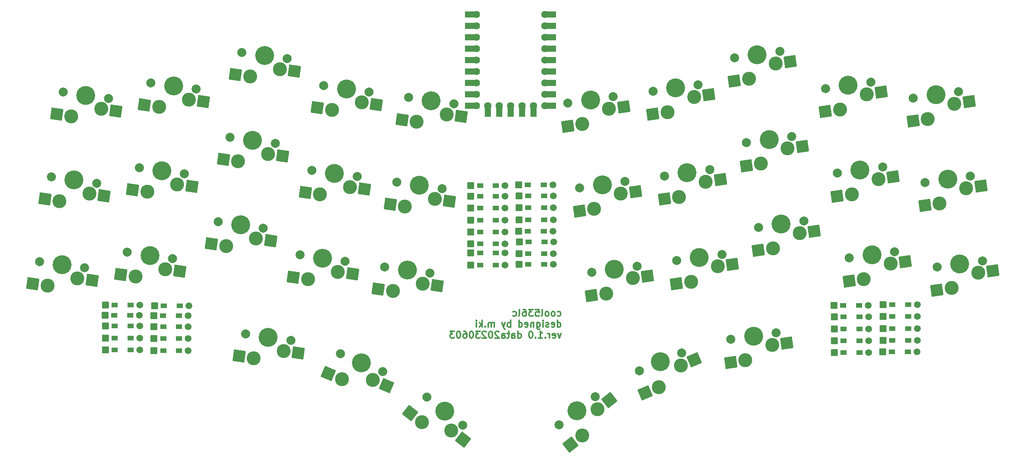
<source format=gbs>
G04 #@! TF.GenerationSoftware,KiCad,Pcbnew,7.0.1-0*
G04 #@! TF.CreationDate,2023-06-03T13:21:34+09:00*
G04 #@! TF.ProjectId,cool536lc,636f6f6c-3533-4366-9c63-2e6b69636164,rev?*
G04 #@! TF.SameCoordinates,Original*
G04 #@! TF.FileFunction,Soldermask,Bot*
G04 #@! TF.FilePolarity,Negative*
%FSLAX46Y46*%
G04 Gerber Fmt 4.6, Leading zero omitted, Abs format (unit mm)*
G04 Created by KiCad (PCBNEW 7.0.1-0) date 2023-06-03 13:21:34*
%MOMM*%
%LPD*%
G01*
G04 APERTURE LIST*
G04 Aperture macros list*
%AMRoundRect*
0 Rectangle with rounded corners*
0 $1 Rounding radius*
0 $2 $3 $4 $5 $6 $7 $8 $9 X,Y pos of 4 corners*
0 Add a 4 corners polygon primitive as box body*
4,1,4,$2,$3,$4,$5,$6,$7,$8,$9,$2,$3,0*
0 Add four circle primitives for the rounded corners*
1,1,$1+$1,$2,$3*
1,1,$1+$1,$4,$5*
1,1,$1+$1,$6,$7*
1,1,$1+$1,$8,$9*
0 Add four rect primitives between the rounded corners*
20,1,$1+$1,$2,$3,$4,$5,0*
20,1,$1+$1,$4,$5,$6,$7,0*
20,1,$1+$1,$6,$7,$8,$9,0*
20,1,$1+$1,$8,$9,$2,$3,0*%
G04 Aperture macros list end*
%ADD10C,0.300000*%
%ADD11RoundRect,0.051000X-0.698500X-0.698500X0.698500X-0.698500X0.698500X0.698500X-0.698500X0.698500X0*%
%ADD12RoundRect,0.051000X-0.650000X-0.475000X0.650000X-0.475000X0.650000X0.475000X-0.650000X0.475000X0*%
%ADD13C,1.499000*%
%ADD14C,2.002000*%
%ADD15C,3.102000*%
%ADD16C,4.202000*%
%ADD17RoundRect,0.051000X-1.088625X-1.415281X1.436558X-1.060389X1.088625X1.415281X-1.436558X1.060389X0*%
%ADD18RoundRect,0.051000X-1.436558X-1.060389X1.088625X-1.415281X1.436558X1.060389X-1.088625X1.415281X0*%
%ADD19RoundRect,0.051000X-1.774291X-0.200045X0.235137X-1.769982X1.774291X0.200045X-0.235137X1.769982X0*%
%ADD20RoundRect,0.051000X-0.685230X-1.648813X1.662058X-0.652449X0.685230X1.648813X-1.662058X0.652449X0*%
%ADD21RoundRect,0.051000X-0.235137X-1.769982X1.774291X-0.200045X0.235137X1.769982X-1.774291X0.200045X0*%
%ADD22RoundRect,0.051000X-1.662058X-0.652449X0.685230X-1.648813X1.662058X0.652449X-0.685230X1.648813X0*%
%ADD23C,1.626000*%
%ADD24RoundRect,0.051000X1.000000X0.600000X-1.000000X0.600000X-1.000000X-0.600000X1.000000X-0.600000X0*%
%ADD25RoundRect,0.051000X0.600000X-1.000000X0.600000X1.000000X-0.600000X1.000000X-0.600000X-1.000000X0*%
G04 APERTURE END LIST*
D10*
X166390000Y-222605000D02*
X166532857Y-222676428D01*
X166532857Y-222676428D02*
X166818571Y-222676428D01*
X166818571Y-222676428D02*
X166961428Y-222605000D01*
X166961428Y-222605000D02*
X167032857Y-222533571D01*
X167032857Y-222533571D02*
X167104285Y-222390714D01*
X167104285Y-222390714D02*
X167104285Y-221962142D01*
X167104285Y-221962142D02*
X167032857Y-221819285D01*
X167032857Y-221819285D02*
X166961428Y-221747857D01*
X166961428Y-221747857D02*
X166818571Y-221676428D01*
X166818571Y-221676428D02*
X166532857Y-221676428D01*
X166532857Y-221676428D02*
X166390000Y-221747857D01*
X165532857Y-222676428D02*
X165675714Y-222605000D01*
X165675714Y-222605000D02*
X165747143Y-222533571D01*
X165747143Y-222533571D02*
X165818571Y-222390714D01*
X165818571Y-222390714D02*
X165818571Y-221962142D01*
X165818571Y-221962142D02*
X165747143Y-221819285D01*
X165747143Y-221819285D02*
X165675714Y-221747857D01*
X165675714Y-221747857D02*
X165532857Y-221676428D01*
X165532857Y-221676428D02*
X165318571Y-221676428D01*
X165318571Y-221676428D02*
X165175714Y-221747857D01*
X165175714Y-221747857D02*
X165104286Y-221819285D01*
X165104286Y-221819285D02*
X165032857Y-221962142D01*
X165032857Y-221962142D02*
X165032857Y-222390714D01*
X165032857Y-222390714D02*
X165104286Y-222533571D01*
X165104286Y-222533571D02*
X165175714Y-222605000D01*
X165175714Y-222605000D02*
X165318571Y-222676428D01*
X165318571Y-222676428D02*
X165532857Y-222676428D01*
X164175714Y-222676428D02*
X164318571Y-222605000D01*
X164318571Y-222605000D02*
X164390000Y-222533571D01*
X164390000Y-222533571D02*
X164461428Y-222390714D01*
X164461428Y-222390714D02*
X164461428Y-221962142D01*
X164461428Y-221962142D02*
X164390000Y-221819285D01*
X164390000Y-221819285D02*
X164318571Y-221747857D01*
X164318571Y-221747857D02*
X164175714Y-221676428D01*
X164175714Y-221676428D02*
X163961428Y-221676428D01*
X163961428Y-221676428D02*
X163818571Y-221747857D01*
X163818571Y-221747857D02*
X163747143Y-221819285D01*
X163747143Y-221819285D02*
X163675714Y-221962142D01*
X163675714Y-221962142D02*
X163675714Y-222390714D01*
X163675714Y-222390714D02*
X163747143Y-222533571D01*
X163747143Y-222533571D02*
X163818571Y-222605000D01*
X163818571Y-222605000D02*
X163961428Y-222676428D01*
X163961428Y-222676428D02*
X164175714Y-222676428D01*
X162818571Y-222676428D02*
X162961428Y-222605000D01*
X162961428Y-222605000D02*
X163032857Y-222462142D01*
X163032857Y-222462142D02*
X163032857Y-221176428D01*
X161532857Y-221176428D02*
X162247143Y-221176428D01*
X162247143Y-221176428D02*
X162318571Y-221890714D01*
X162318571Y-221890714D02*
X162247143Y-221819285D01*
X162247143Y-221819285D02*
X162104286Y-221747857D01*
X162104286Y-221747857D02*
X161747143Y-221747857D01*
X161747143Y-221747857D02*
X161604286Y-221819285D01*
X161604286Y-221819285D02*
X161532857Y-221890714D01*
X161532857Y-221890714D02*
X161461428Y-222033571D01*
X161461428Y-222033571D02*
X161461428Y-222390714D01*
X161461428Y-222390714D02*
X161532857Y-222533571D01*
X161532857Y-222533571D02*
X161604286Y-222605000D01*
X161604286Y-222605000D02*
X161747143Y-222676428D01*
X161747143Y-222676428D02*
X162104286Y-222676428D01*
X162104286Y-222676428D02*
X162247143Y-222605000D01*
X162247143Y-222605000D02*
X162318571Y-222533571D01*
X160961429Y-221176428D02*
X160032857Y-221176428D01*
X160032857Y-221176428D02*
X160532857Y-221747857D01*
X160532857Y-221747857D02*
X160318572Y-221747857D01*
X160318572Y-221747857D02*
X160175715Y-221819285D01*
X160175715Y-221819285D02*
X160104286Y-221890714D01*
X160104286Y-221890714D02*
X160032857Y-222033571D01*
X160032857Y-222033571D02*
X160032857Y-222390714D01*
X160032857Y-222390714D02*
X160104286Y-222533571D01*
X160104286Y-222533571D02*
X160175715Y-222605000D01*
X160175715Y-222605000D02*
X160318572Y-222676428D01*
X160318572Y-222676428D02*
X160747143Y-222676428D01*
X160747143Y-222676428D02*
X160890000Y-222605000D01*
X160890000Y-222605000D02*
X160961429Y-222533571D01*
X158747144Y-221176428D02*
X159032858Y-221176428D01*
X159032858Y-221176428D02*
X159175715Y-221247857D01*
X159175715Y-221247857D02*
X159247144Y-221319285D01*
X159247144Y-221319285D02*
X159390001Y-221533571D01*
X159390001Y-221533571D02*
X159461429Y-221819285D01*
X159461429Y-221819285D02*
X159461429Y-222390714D01*
X159461429Y-222390714D02*
X159390001Y-222533571D01*
X159390001Y-222533571D02*
X159318572Y-222605000D01*
X159318572Y-222605000D02*
X159175715Y-222676428D01*
X159175715Y-222676428D02*
X158890001Y-222676428D01*
X158890001Y-222676428D02*
X158747144Y-222605000D01*
X158747144Y-222605000D02*
X158675715Y-222533571D01*
X158675715Y-222533571D02*
X158604286Y-222390714D01*
X158604286Y-222390714D02*
X158604286Y-222033571D01*
X158604286Y-222033571D02*
X158675715Y-221890714D01*
X158675715Y-221890714D02*
X158747144Y-221819285D01*
X158747144Y-221819285D02*
X158890001Y-221747857D01*
X158890001Y-221747857D02*
X159175715Y-221747857D01*
X159175715Y-221747857D02*
X159318572Y-221819285D01*
X159318572Y-221819285D02*
X159390001Y-221890714D01*
X159390001Y-221890714D02*
X159461429Y-222033571D01*
X157747144Y-222676428D02*
X157890001Y-222605000D01*
X157890001Y-222605000D02*
X157961430Y-222462142D01*
X157961430Y-222462142D02*
X157961430Y-221176428D01*
X156532859Y-222605000D02*
X156675716Y-222676428D01*
X156675716Y-222676428D02*
X156961430Y-222676428D01*
X156961430Y-222676428D02*
X157104287Y-222605000D01*
X157104287Y-222605000D02*
X157175716Y-222533571D01*
X157175716Y-222533571D02*
X157247144Y-222390714D01*
X157247144Y-222390714D02*
X157247144Y-221962142D01*
X157247144Y-221962142D02*
X157175716Y-221819285D01*
X157175716Y-221819285D02*
X157104287Y-221747857D01*
X157104287Y-221747857D02*
X156961430Y-221676428D01*
X156961430Y-221676428D02*
X156675716Y-221676428D01*
X156675716Y-221676428D02*
X156532859Y-221747857D01*
X166390000Y-225106428D02*
X166390000Y-223606428D01*
X166390000Y-225035000D02*
X166532857Y-225106428D01*
X166532857Y-225106428D02*
X166818571Y-225106428D01*
X166818571Y-225106428D02*
X166961428Y-225035000D01*
X166961428Y-225035000D02*
X167032857Y-224963571D01*
X167032857Y-224963571D02*
X167104285Y-224820714D01*
X167104285Y-224820714D02*
X167104285Y-224392142D01*
X167104285Y-224392142D02*
X167032857Y-224249285D01*
X167032857Y-224249285D02*
X166961428Y-224177857D01*
X166961428Y-224177857D02*
X166818571Y-224106428D01*
X166818571Y-224106428D02*
X166532857Y-224106428D01*
X166532857Y-224106428D02*
X166390000Y-224177857D01*
X165104285Y-225035000D02*
X165247142Y-225106428D01*
X165247142Y-225106428D02*
X165532857Y-225106428D01*
X165532857Y-225106428D02*
X165675714Y-225035000D01*
X165675714Y-225035000D02*
X165747142Y-224892142D01*
X165747142Y-224892142D02*
X165747142Y-224320714D01*
X165747142Y-224320714D02*
X165675714Y-224177857D01*
X165675714Y-224177857D02*
X165532857Y-224106428D01*
X165532857Y-224106428D02*
X165247142Y-224106428D01*
X165247142Y-224106428D02*
X165104285Y-224177857D01*
X165104285Y-224177857D02*
X165032857Y-224320714D01*
X165032857Y-224320714D02*
X165032857Y-224463571D01*
X165032857Y-224463571D02*
X165747142Y-224606428D01*
X164461428Y-225035000D02*
X164318571Y-225106428D01*
X164318571Y-225106428D02*
X164032857Y-225106428D01*
X164032857Y-225106428D02*
X163890000Y-225035000D01*
X163890000Y-225035000D02*
X163818571Y-224892142D01*
X163818571Y-224892142D02*
X163818571Y-224820714D01*
X163818571Y-224820714D02*
X163890000Y-224677857D01*
X163890000Y-224677857D02*
X164032857Y-224606428D01*
X164032857Y-224606428D02*
X164247143Y-224606428D01*
X164247143Y-224606428D02*
X164390000Y-224535000D01*
X164390000Y-224535000D02*
X164461428Y-224392142D01*
X164461428Y-224392142D02*
X164461428Y-224320714D01*
X164461428Y-224320714D02*
X164390000Y-224177857D01*
X164390000Y-224177857D02*
X164247143Y-224106428D01*
X164247143Y-224106428D02*
X164032857Y-224106428D01*
X164032857Y-224106428D02*
X163890000Y-224177857D01*
X163175714Y-225106428D02*
X163175714Y-224106428D01*
X163175714Y-223606428D02*
X163247142Y-223677857D01*
X163247142Y-223677857D02*
X163175714Y-223749285D01*
X163175714Y-223749285D02*
X163104285Y-223677857D01*
X163104285Y-223677857D02*
X163175714Y-223606428D01*
X163175714Y-223606428D02*
X163175714Y-223749285D01*
X161818571Y-224106428D02*
X161818571Y-225320714D01*
X161818571Y-225320714D02*
X161889999Y-225463571D01*
X161889999Y-225463571D02*
X161961428Y-225535000D01*
X161961428Y-225535000D02*
X162104285Y-225606428D01*
X162104285Y-225606428D02*
X162318571Y-225606428D01*
X162318571Y-225606428D02*
X162461428Y-225535000D01*
X161818571Y-225035000D02*
X161961428Y-225106428D01*
X161961428Y-225106428D02*
X162247142Y-225106428D01*
X162247142Y-225106428D02*
X162389999Y-225035000D01*
X162389999Y-225035000D02*
X162461428Y-224963571D01*
X162461428Y-224963571D02*
X162532856Y-224820714D01*
X162532856Y-224820714D02*
X162532856Y-224392142D01*
X162532856Y-224392142D02*
X162461428Y-224249285D01*
X162461428Y-224249285D02*
X162389999Y-224177857D01*
X162389999Y-224177857D02*
X162247142Y-224106428D01*
X162247142Y-224106428D02*
X161961428Y-224106428D01*
X161961428Y-224106428D02*
X161818571Y-224177857D01*
X161104285Y-224106428D02*
X161104285Y-225106428D01*
X161104285Y-224249285D02*
X161032856Y-224177857D01*
X161032856Y-224177857D02*
X160889999Y-224106428D01*
X160889999Y-224106428D02*
X160675713Y-224106428D01*
X160675713Y-224106428D02*
X160532856Y-224177857D01*
X160532856Y-224177857D02*
X160461428Y-224320714D01*
X160461428Y-224320714D02*
X160461428Y-225106428D01*
X159175713Y-225035000D02*
X159318570Y-225106428D01*
X159318570Y-225106428D02*
X159604285Y-225106428D01*
X159604285Y-225106428D02*
X159747142Y-225035000D01*
X159747142Y-225035000D02*
X159818570Y-224892142D01*
X159818570Y-224892142D02*
X159818570Y-224320714D01*
X159818570Y-224320714D02*
X159747142Y-224177857D01*
X159747142Y-224177857D02*
X159604285Y-224106428D01*
X159604285Y-224106428D02*
X159318570Y-224106428D01*
X159318570Y-224106428D02*
X159175713Y-224177857D01*
X159175713Y-224177857D02*
X159104285Y-224320714D01*
X159104285Y-224320714D02*
X159104285Y-224463571D01*
X159104285Y-224463571D02*
X159818570Y-224606428D01*
X157818571Y-225106428D02*
X157818571Y-223606428D01*
X157818571Y-225035000D02*
X157961428Y-225106428D01*
X157961428Y-225106428D02*
X158247142Y-225106428D01*
X158247142Y-225106428D02*
X158389999Y-225035000D01*
X158389999Y-225035000D02*
X158461428Y-224963571D01*
X158461428Y-224963571D02*
X158532856Y-224820714D01*
X158532856Y-224820714D02*
X158532856Y-224392142D01*
X158532856Y-224392142D02*
X158461428Y-224249285D01*
X158461428Y-224249285D02*
X158389999Y-224177857D01*
X158389999Y-224177857D02*
X158247142Y-224106428D01*
X158247142Y-224106428D02*
X157961428Y-224106428D01*
X157961428Y-224106428D02*
X157818571Y-224177857D01*
X155961428Y-225106428D02*
X155961428Y-223606428D01*
X155961428Y-224177857D02*
X155818571Y-224106428D01*
X155818571Y-224106428D02*
X155532856Y-224106428D01*
X155532856Y-224106428D02*
X155389999Y-224177857D01*
X155389999Y-224177857D02*
X155318571Y-224249285D01*
X155318571Y-224249285D02*
X155247142Y-224392142D01*
X155247142Y-224392142D02*
X155247142Y-224820714D01*
X155247142Y-224820714D02*
X155318571Y-224963571D01*
X155318571Y-224963571D02*
X155389999Y-225035000D01*
X155389999Y-225035000D02*
X155532856Y-225106428D01*
X155532856Y-225106428D02*
X155818571Y-225106428D01*
X155818571Y-225106428D02*
X155961428Y-225035000D01*
X154747142Y-224106428D02*
X154389999Y-225106428D01*
X154032856Y-224106428D02*
X154389999Y-225106428D01*
X154389999Y-225106428D02*
X154532856Y-225463571D01*
X154532856Y-225463571D02*
X154604285Y-225535000D01*
X154604285Y-225535000D02*
X154747142Y-225606428D01*
X152318571Y-225106428D02*
X152318571Y-224106428D01*
X152318571Y-224249285D02*
X152247142Y-224177857D01*
X152247142Y-224177857D02*
X152104285Y-224106428D01*
X152104285Y-224106428D02*
X151889999Y-224106428D01*
X151889999Y-224106428D02*
X151747142Y-224177857D01*
X151747142Y-224177857D02*
X151675714Y-224320714D01*
X151675714Y-224320714D02*
X151675714Y-225106428D01*
X151675714Y-224320714D02*
X151604285Y-224177857D01*
X151604285Y-224177857D02*
X151461428Y-224106428D01*
X151461428Y-224106428D02*
X151247142Y-224106428D01*
X151247142Y-224106428D02*
X151104285Y-224177857D01*
X151104285Y-224177857D02*
X151032856Y-224320714D01*
X151032856Y-224320714D02*
X151032856Y-225106428D01*
X150318571Y-224963571D02*
X150247142Y-225035000D01*
X150247142Y-225035000D02*
X150318571Y-225106428D01*
X150318571Y-225106428D02*
X150389999Y-225035000D01*
X150389999Y-225035000D02*
X150318571Y-224963571D01*
X150318571Y-224963571D02*
X150318571Y-225106428D01*
X149604285Y-225106428D02*
X149604285Y-223606428D01*
X149461428Y-224535000D02*
X149032856Y-225106428D01*
X149032856Y-224106428D02*
X149604285Y-224677857D01*
X148389999Y-225106428D02*
X148389999Y-224106428D01*
X148389999Y-223606428D02*
X148461427Y-223677857D01*
X148461427Y-223677857D02*
X148389999Y-223749285D01*
X148389999Y-223749285D02*
X148318570Y-223677857D01*
X148318570Y-223677857D02*
X148389999Y-223606428D01*
X148389999Y-223606428D02*
X148389999Y-223749285D01*
X167175714Y-226536428D02*
X166818571Y-227536428D01*
X166818571Y-227536428D02*
X166461428Y-226536428D01*
X165318571Y-227465000D02*
X165461428Y-227536428D01*
X165461428Y-227536428D02*
X165747143Y-227536428D01*
X165747143Y-227536428D02*
X165890000Y-227465000D01*
X165890000Y-227465000D02*
X165961428Y-227322142D01*
X165961428Y-227322142D02*
X165961428Y-226750714D01*
X165961428Y-226750714D02*
X165890000Y-226607857D01*
X165890000Y-226607857D02*
X165747143Y-226536428D01*
X165747143Y-226536428D02*
X165461428Y-226536428D01*
X165461428Y-226536428D02*
X165318571Y-226607857D01*
X165318571Y-226607857D02*
X165247143Y-226750714D01*
X165247143Y-226750714D02*
X165247143Y-226893571D01*
X165247143Y-226893571D02*
X165961428Y-227036428D01*
X164604286Y-227536428D02*
X164604286Y-226536428D01*
X164604286Y-226822142D02*
X164532857Y-226679285D01*
X164532857Y-226679285D02*
X164461429Y-226607857D01*
X164461429Y-226607857D02*
X164318571Y-226536428D01*
X164318571Y-226536428D02*
X164175714Y-226536428D01*
X163675715Y-227393571D02*
X163604286Y-227465000D01*
X163604286Y-227465000D02*
X163675715Y-227536428D01*
X163675715Y-227536428D02*
X163747143Y-227465000D01*
X163747143Y-227465000D02*
X163675715Y-227393571D01*
X163675715Y-227393571D02*
X163675715Y-227536428D01*
X162175714Y-227536428D02*
X163032857Y-227536428D01*
X162604286Y-227536428D02*
X162604286Y-226036428D01*
X162604286Y-226036428D02*
X162747143Y-226250714D01*
X162747143Y-226250714D02*
X162890000Y-226393571D01*
X162890000Y-226393571D02*
X163032857Y-226465000D01*
X161532858Y-227393571D02*
X161461429Y-227465000D01*
X161461429Y-227465000D02*
X161532858Y-227536428D01*
X161532858Y-227536428D02*
X161604286Y-227465000D01*
X161604286Y-227465000D02*
X161532858Y-227393571D01*
X161532858Y-227393571D02*
X161532858Y-227536428D01*
X160532857Y-226036428D02*
X160390000Y-226036428D01*
X160390000Y-226036428D02*
X160247143Y-226107857D01*
X160247143Y-226107857D02*
X160175715Y-226179285D01*
X160175715Y-226179285D02*
X160104286Y-226322142D01*
X160104286Y-226322142D02*
X160032857Y-226607857D01*
X160032857Y-226607857D02*
X160032857Y-226965000D01*
X160032857Y-226965000D02*
X160104286Y-227250714D01*
X160104286Y-227250714D02*
X160175715Y-227393571D01*
X160175715Y-227393571D02*
X160247143Y-227465000D01*
X160247143Y-227465000D02*
X160390000Y-227536428D01*
X160390000Y-227536428D02*
X160532857Y-227536428D01*
X160532857Y-227536428D02*
X160675715Y-227465000D01*
X160675715Y-227465000D02*
X160747143Y-227393571D01*
X160747143Y-227393571D02*
X160818572Y-227250714D01*
X160818572Y-227250714D02*
X160890000Y-226965000D01*
X160890000Y-226965000D02*
X160890000Y-226607857D01*
X160890000Y-226607857D02*
X160818572Y-226322142D01*
X160818572Y-226322142D02*
X160747143Y-226179285D01*
X160747143Y-226179285D02*
X160675715Y-226107857D01*
X160675715Y-226107857D02*
X160532857Y-226036428D01*
X157604287Y-227536428D02*
X157604287Y-226036428D01*
X157604287Y-227465000D02*
X157747144Y-227536428D01*
X157747144Y-227536428D02*
X158032858Y-227536428D01*
X158032858Y-227536428D02*
X158175715Y-227465000D01*
X158175715Y-227465000D02*
X158247144Y-227393571D01*
X158247144Y-227393571D02*
X158318572Y-227250714D01*
X158318572Y-227250714D02*
X158318572Y-226822142D01*
X158318572Y-226822142D02*
X158247144Y-226679285D01*
X158247144Y-226679285D02*
X158175715Y-226607857D01*
X158175715Y-226607857D02*
X158032858Y-226536428D01*
X158032858Y-226536428D02*
X157747144Y-226536428D01*
X157747144Y-226536428D02*
X157604287Y-226607857D01*
X156247144Y-227536428D02*
X156247144Y-226750714D01*
X156247144Y-226750714D02*
X156318572Y-226607857D01*
X156318572Y-226607857D02*
X156461429Y-226536428D01*
X156461429Y-226536428D02*
X156747144Y-226536428D01*
X156747144Y-226536428D02*
X156890001Y-226607857D01*
X156247144Y-227465000D02*
X156390001Y-227536428D01*
X156390001Y-227536428D02*
X156747144Y-227536428D01*
X156747144Y-227536428D02*
X156890001Y-227465000D01*
X156890001Y-227465000D02*
X156961429Y-227322142D01*
X156961429Y-227322142D02*
X156961429Y-227179285D01*
X156961429Y-227179285D02*
X156890001Y-227036428D01*
X156890001Y-227036428D02*
X156747144Y-226965000D01*
X156747144Y-226965000D02*
X156390001Y-226965000D01*
X156390001Y-226965000D02*
X156247144Y-226893571D01*
X155747143Y-226536428D02*
X155175715Y-226536428D01*
X155532858Y-226036428D02*
X155532858Y-227322142D01*
X155532858Y-227322142D02*
X155461429Y-227465000D01*
X155461429Y-227465000D02*
X155318572Y-227536428D01*
X155318572Y-227536428D02*
X155175715Y-227536428D01*
X154032858Y-227536428D02*
X154032858Y-226750714D01*
X154032858Y-226750714D02*
X154104286Y-226607857D01*
X154104286Y-226607857D02*
X154247143Y-226536428D01*
X154247143Y-226536428D02*
X154532858Y-226536428D01*
X154532858Y-226536428D02*
X154675715Y-226607857D01*
X154032858Y-227465000D02*
X154175715Y-227536428D01*
X154175715Y-227536428D02*
X154532858Y-227536428D01*
X154532858Y-227536428D02*
X154675715Y-227465000D01*
X154675715Y-227465000D02*
X154747143Y-227322142D01*
X154747143Y-227322142D02*
X154747143Y-227179285D01*
X154747143Y-227179285D02*
X154675715Y-227036428D01*
X154675715Y-227036428D02*
X154532858Y-226965000D01*
X154532858Y-226965000D02*
X154175715Y-226965000D01*
X154175715Y-226965000D02*
X154032858Y-226893571D01*
X153390000Y-226179285D02*
X153318572Y-226107857D01*
X153318572Y-226107857D02*
X153175715Y-226036428D01*
X153175715Y-226036428D02*
X152818572Y-226036428D01*
X152818572Y-226036428D02*
X152675715Y-226107857D01*
X152675715Y-226107857D02*
X152604286Y-226179285D01*
X152604286Y-226179285D02*
X152532857Y-226322142D01*
X152532857Y-226322142D02*
X152532857Y-226465000D01*
X152532857Y-226465000D02*
X152604286Y-226679285D01*
X152604286Y-226679285D02*
X153461429Y-227536428D01*
X153461429Y-227536428D02*
X152532857Y-227536428D01*
X151604286Y-226036428D02*
X151461429Y-226036428D01*
X151461429Y-226036428D02*
X151318572Y-226107857D01*
X151318572Y-226107857D02*
X151247144Y-226179285D01*
X151247144Y-226179285D02*
X151175715Y-226322142D01*
X151175715Y-226322142D02*
X151104286Y-226607857D01*
X151104286Y-226607857D02*
X151104286Y-226965000D01*
X151104286Y-226965000D02*
X151175715Y-227250714D01*
X151175715Y-227250714D02*
X151247144Y-227393571D01*
X151247144Y-227393571D02*
X151318572Y-227465000D01*
X151318572Y-227465000D02*
X151461429Y-227536428D01*
X151461429Y-227536428D02*
X151604286Y-227536428D01*
X151604286Y-227536428D02*
X151747144Y-227465000D01*
X151747144Y-227465000D02*
X151818572Y-227393571D01*
X151818572Y-227393571D02*
X151890001Y-227250714D01*
X151890001Y-227250714D02*
X151961429Y-226965000D01*
X151961429Y-226965000D02*
X151961429Y-226607857D01*
X151961429Y-226607857D02*
X151890001Y-226322142D01*
X151890001Y-226322142D02*
X151818572Y-226179285D01*
X151818572Y-226179285D02*
X151747144Y-226107857D01*
X151747144Y-226107857D02*
X151604286Y-226036428D01*
X150532858Y-226179285D02*
X150461430Y-226107857D01*
X150461430Y-226107857D02*
X150318573Y-226036428D01*
X150318573Y-226036428D02*
X149961430Y-226036428D01*
X149961430Y-226036428D02*
X149818573Y-226107857D01*
X149818573Y-226107857D02*
X149747144Y-226179285D01*
X149747144Y-226179285D02*
X149675715Y-226322142D01*
X149675715Y-226322142D02*
X149675715Y-226465000D01*
X149675715Y-226465000D02*
X149747144Y-226679285D01*
X149747144Y-226679285D02*
X150604287Y-227536428D01*
X150604287Y-227536428D02*
X149675715Y-227536428D01*
X149175716Y-226036428D02*
X148247144Y-226036428D01*
X148247144Y-226036428D02*
X148747144Y-226607857D01*
X148747144Y-226607857D02*
X148532859Y-226607857D01*
X148532859Y-226607857D02*
X148390002Y-226679285D01*
X148390002Y-226679285D02*
X148318573Y-226750714D01*
X148318573Y-226750714D02*
X148247144Y-226893571D01*
X148247144Y-226893571D02*
X148247144Y-227250714D01*
X148247144Y-227250714D02*
X148318573Y-227393571D01*
X148318573Y-227393571D02*
X148390002Y-227465000D01*
X148390002Y-227465000D02*
X148532859Y-227536428D01*
X148532859Y-227536428D02*
X148961430Y-227536428D01*
X148961430Y-227536428D02*
X149104287Y-227465000D01*
X149104287Y-227465000D02*
X149175716Y-227393571D01*
X147318573Y-226036428D02*
X147175716Y-226036428D01*
X147175716Y-226036428D02*
X147032859Y-226107857D01*
X147032859Y-226107857D02*
X146961431Y-226179285D01*
X146961431Y-226179285D02*
X146890002Y-226322142D01*
X146890002Y-226322142D02*
X146818573Y-226607857D01*
X146818573Y-226607857D02*
X146818573Y-226965000D01*
X146818573Y-226965000D02*
X146890002Y-227250714D01*
X146890002Y-227250714D02*
X146961431Y-227393571D01*
X146961431Y-227393571D02*
X147032859Y-227465000D01*
X147032859Y-227465000D02*
X147175716Y-227536428D01*
X147175716Y-227536428D02*
X147318573Y-227536428D01*
X147318573Y-227536428D02*
X147461431Y-227465000D01*
X147461431Y-227465000D02*
X147532859Y-227393571D01*
X147532859Y-227393571D02*
X147604288Y-227250714D01*
X147604288Y-227250714D02*
X147675716Y-226965000D01*
X147675716Y-226965000D02*
X147675716Y-226607857D01*
X147675716Y-226607857D02*
X147604288Y-226322142D01*
X147604288Y-226322142D02*
X147532859Y-226179285D01*
X147532859Y-226179285D02*
X147461431Y-226107857D01*
X147461431Y-226107857D02*
X147318573Y-226036428D01*
X145532860Y-226036428D02*
X145818574Y-226036428D01*
X145818574Y-226036428D02*
X145961431Y-226107857D01*
X145961431Y-226107857D02*
X146032860Y-226179285D01*
X146032860Y-226179285D02*
X146175717Y-226393571D01*
X146175717Y-226393571D02*
X146247145Y-226679285D01*
X146247145Y-226679285D02*
X146247145Y-227250714D01*
X146247145Y-227250714D02*
X146175717Y-227393571D01*
X146175717Y-227393571D02*
X146104288Y-227465000D01*
X146104288Y-227465000D02*
X145961431Y-227536428D01*
X145961431Y-227536428D02*
X145675717Y-227536428D01*
X145675717Y-227536428D02*
X145532860Y-227465000D01*
X145532860Y-227465000D02*
X145461431Y-227393571D01*
X145461431Y-227393571D02*
X145390002Y-227250714D01*
X145390002Y-227250714D02*
X145390002Y-226893571D01*
X145390002Y-226893571D02*
X145461431Y-226750714D01*
X145461431Y-226750714D02*
X145532860Y-226679285D01*
X145532860Y-226679285D02*
X145675717Y-226607857D01*
X145675717Y-226607857D02*
X145961431Y-226607857D01*
X145961431Y-226607857D02*
X146104288Y-226679285D01*
X146104288Y-226679285D02*
X146175717Y-226750714D01*
X146175717Y-226750714D02*
X146247145Y-226893571D01*
X144461431Y-226036428D02*
X144318574Y-226036428D01*
X144318574Y-226036428D02*
X144175717Y-226107857D01*
X144175717Y-226107857D02*
X144104289Y-226179285D01*
X144104289Y-226179285D02*
X144032860Y-226322142D01*
X144032860Y-226322142D02*
X143961431Y-226607857D01*
X143961431Y-226607857D02*
X143961431Y-226965000D01*
X143961431Y-226965000D02*
X144032860Y-227250714D01*
X144032860Y-227250714D02*
X144104289Y-227393571D01*
X144104289Y-227393571D02*
X144175717Y-227465000D01*
X144175717Y-227465000D02*
X144318574Y-227536428D01*
X144318574Y-227536428D02*
X144461431Y-227536428D01*
X144461431Y-227536428D02*
X144604289Y-227465000D01*
X144604289Y-227465000D02*
X144675717Y-227393571D01*
X144675717Y-227393571D02*
X144747146Y-227250714D01*
X144747146Y-227250714D02*
X144818574Y-226965000D01*
X144818574Y-226965000D02*
X144818574Y-226607857D01*
X144818574Y-226607857D02*
X144747146Y-226322142D01*
X144747146Y-226322142D02*
X144675717Y-226179285D01*
X144675717Y-226179285D02*
X144604289Y-226107857D01*
X144604289Y-226107857D02*
X144461431Y-226036428D01*
X143461432Y-226036428D02*
X142532860Y-226036428D01*
X142532860Y-226036428D02*
X143032860Y-226607857D01*
X143032860Y-226607857D02*
X142818575Y-226607857D01*
X142818575Y-226607857D02*
X142675718Y-226679285D01*
X142675718Y-226679285D02*
X142604289Y-226750714D01*
X142604289Y-226750714D02*
X142532860Y-226893571D01*
X142532860Y-226893571D02*
X142532860Y-227250714D01*
X142532860Y-227250714D02*
X142604289Y-227393571D01*
X142604289Y-227393571D02*
X142675718Y-227465000D01*
X142675718Y-227465000D02*
X142818575Y-227536428D01*
X142818575Y-227536428D02*
X143247146Y-227536428D01*
X143247146Y-227536428D02*
X143390003Y-227465000D01*
X143390003Y-227465000D02*
X143461432Y-227393571D01*
D11*
X147140000Y-193590000D03*
D12*
X149175000Y-193590000D03*
X152725000Y-193590000D03*
D13*
X154760000Y-193590000D03*
D11*
X157851525Y-201206198D03*
D12*
X159886525Y-201206198D03*
X163436525Y-201206198D03*
D13*
X165471525Y-201206198D03*
D11*
X157851525Y-195906198D03*
D12*
X159886525Y-195906198D03*
X163436525Y-195906198D03*
D13*
X165471525Y-195906198D03*
D14*
X192900316Y-210320178D03*
D15*
X196122596Y-214997240D03*
D16*
X197930878Y-209613179D03*
D15*
X202057299Y-211598210D03*
D14*
X202961440Y-208906180D03*
D17*
X205300427Y-211142418D03*
X192852731Y-215456790D03*
D14*
X190199754Y-191467177D03*
D15*
X193422034Y-196144239D03*
D16*
X195230316Y-190760178D03*
D15*
X199356737Y-192745209D03*
D14*
X200260878Y-190053179D03*
D17*
X202599865Y-192289417D03*
X190152169Y-196603789D03*
D11*
X227836525Y-220296198D03*
D12*
X229871525Y-220296198D03*
X233421525Y-220296198D03*
D13*
X235456525Y-220296198D03*
D14*
X204960316Y-227830178D03*
D15*
X208182596Y-232507240D03*
D16*
X209990878Y-227123179D03*
D15*
X214117299Y-229108210D03*
D14*
X215021440Y-226416180D03*
D17*
X217360427Y-228652418D03*
X204912731Y-232966790D03*
D14*
X231290878Y-209723179D03*
D15*
X234513158Y-214400241D03*
D16*
X236321440Y-209016180D03*
D15*
X240447861Y-211001211D03*
D14*
X241352002Y-208309181D03*
D17*
X243690989Y-210545419D03*
X231243293Y-214859791D03*
D11*
X147140000Y-203940000D03*
D12*
X149175000Y-203940000D03*
X152725000Y-203940000D03*
D13*
X154760000Y-203940000D03*
D11*
X238736525Y-230576198D03*
D12*
X240771525Y-230576198D03*
X244321525Y-230576198D03*
D13*
X246356525Y-230576198D03*
D11*
X238796525Y-225406198D03*
D12*
X240831525Y-225406198D03*
X244381525Y-225406198D03*
D13*
X246416525Y-225406198D03*
D14*
X111775963Y-190199199D03*
D15*
X113584245Y-195583260D03*
D16*
X116806525Y-190906198D03*
D15*
X120225947Y-193951728D03*
D14*
X121837087Y-191613197D03*
D18*
X123469075Y-194407520D03*
X110314380Y-195123711D03*
D14*
X245489754Y-174097177D03*
D15*
X248712034Y-178774239D03*
D16*
X250520316Y-173390178D03*
D15*
X254646737Y-175375209D03*
D14*
X255550878Y-172683179D03*
D17*
X257889865Y-174919417D03*
X245442169Y-179233789D03*
D11*
X227936525Y-230796198D03*
D12*
X229971525Y-230796198D03*
X233521525Y-230796198D03*
D13*
X235556525Y-230796198D03*
D14*
X250790878Y-211753179D03*
D15*
X254013158Y-216430241D03*
D16*
X255821440Y-211046180D03*
D15*
X259947861Y-213031211D03*
D14*
X260852002Y-210339181D03*
D17*
X263190989Y-212575419D03*
X250743293Y-216889791D03*
D11*
X147140000Y-211273802D03*
D12*
X149175000Y-211273802D03*
X152725000Y-211273802D03*
D13*
X154760000Y-211273802D03*
D14*
X76008108Y-170721686D03*
D15*
X77816390Y-176105747D03*
D16*
X81038670Y-171428685D03*
D15*
X84458092Y-174474215D03*
D14*
X86069232Y-172135684D03*
D18*
X87701220Y-174930007D03*
X74546525Y-175646198D03*
D11*
X65896525Y-224836198D03*
D12*
X67931525Y-224836198D03*
X71481525Y-224836198D03*
D13*
X73516525Y-224836198D03*
D11*
X76696525Y-225016198D03*
D12*
X78731525Y-225016198D03*
X82281525Y-225016198D03*
D13*
X84316525Y-225016198D03*
D14*
X56495963Y-172799199D03*
D15*
X58304245Y-178183260D03*
D16*
X61526525Y-173506198D03*
D15*
X64945947Y-176551728D03*
D14*
X66557087Y-174213197D03*
D18*
X68189075Y-177007520D03*
X55034380Y-177723711D03*
D14*
X96245963Y-163959199D03*
D15*
X98054245Y-169343260D03*
D16*
X101276525Y-164666198D03*
D15*
X104695947Y-167711728D03*
D14*
X106307087Y-165373197D03*
D18*
X107939075Y-168167520D03*
X94784380Y-168883711D03*
D14*
X90928108Y-201661686D03*
D15*
X92736390Y-207045747D03*
D16*
X95958670Y-202368685D03*
D15*
X99378092Y-205414215D03*
D14*
X100989232Y-203075684D03*
D18*
X102621220Y-205870007D03*
X89466525Y-206586198D03*
D13*
X84306525Y-222576198D03*
D12*
X82271525Y-222576198D03*
X78721525Y-222576198D03*
D11*
X76686525Y-222576198D03*
D14*
X93575401Y-182822200D03*
D15*
X95383683Y-188206261D03*
D16*
X98605963Y-183529199D03*
D15*
X102025385Y-186574729D03*
D14*
X103636525Y-184236198D03*
D18*
X105268513Y-187030521D03*
X92113818Y-187746712D03*
D14*
X133295963Y-173999199D03*
D15*
X135104245Y-179383260D03*
D16*
X138326525Y-174706198D03*
D15*
X141745947Y-177751728D03*
D14*
X143357087Y-175413197D03*
D18*
X144989075Y-178207520D03*
X131834380Y-178923711D03*
D11*
X65836525Y-222456198D03*
D12*
X67871525Y-222456198D03*
X71421525Y-222456198D03*
D13*
X73456525Y-222456198D03*
D14*
X171339754Y-194117177D03*
D15*
X174562034Y-198794239D03*
D16*
X176370316Y-193410178D03*
D15*
X180496737Y-195395209D03*
D14*
X181400878Y-192703179D03*
D17*
X183739865Y-194939417D03*
X171292169Y-199253789D03*
D11*
X238796525Y-220106198D03*
D12*
X240831525Y-220106198D03*
X244381525Y-220106198D03*
D13*
X246416525Y-220106198D03*
D11*
X76696525Y-230316198D03*
D12*
X78731525Y-230316198D03*
X82281525Y-230316198D03*
D13*
X84316525Y-230316198D03*
D14*
X228610316Y-190860178D03*
D15*
X231832596Y-195537240D03*
D16*
X233640878Y-190153179D03*
D15*
X237767299Y-192138210D03*
D14*
X238671440Y-189446180D03*
D17*
X241010427Y-191682418D03*
X228562731Y-195996790D03*
D14*
X51216525Y-210526198D03*
D15*
X53024807Y-215910259D03*
D16*
X56247087Y-211233197D03*
D15*
X59666509Y-214278727D03*
D14*
X61277649Y-211940196D03*
D18*
X62909637Y-214734519D03*
X49754942Y-215450710D03*
D11*
X157736525Y-193436198D03*
D12*
X159771525Y-193436198D03*
X163321525Y-193436198D03*
D13*
X165356525Y-193436198D03*
D14*
X137344549Y-240691078D03*
D15*
X136218536Y-246257952D03*
D16*
X141347644Y-243818638D03*
D15*
X142786185Y-248165856D03*
D14*
X145350739Y-246946198D03*
D19*
X145366920Y-250182147D03*
X133616525Y-244225038D03*
D11*
X147140000Y-195990000D03*
D12*
X149175000Y-195990000D03*
X152725000Y-195990000D03*
D13*
X154760000Y-195990000D03*
D11*
X65866525Y-227566198D03*
D12*
X67901525Y-227566198D03*
X71451525Y-227566198D03*
D13*
X73486525Y-227566198D03*
D14*
X97065963Y-226649199D03*
D15*
X98874245Y-232033260D03*
D16*
X102096525Y-227356198D03*
D15*
X105515947Y-230401728D03*
D14*
X107127087Y-228063197D03*
D18*
X108759075Y-230857520D03*
X95604380Y-231573711D03*
D14*
X109125963Y-209059199D03*
D15*
X110934245Y-214443260D03*
D16*
X114156525Y-209766198D03*
D15*
X117575947Y-212811728D03*
D14*
X119187087Y-210473197D03*
D18*
X120819075Y-213267520D03*
X107664380Y-213983711D03*
D11*
X65866525Y-230216198D03*
D12*
X67901525Y-230216198D03*
X71451525Y-230216198D03*
D13*
X73486525Y-230216198D03*
D14*
X70745963Y-208469199D03*
D15*
X72554245Y-213853260D03*
D16*
X75776525Y-209176198D03*
D15*
X79195947Y-212221728D03*
D14*
X80807087Y-209883197D03*
D18*
X82439075Y-212677520D03*
X69284380Y-213393711D03*
D14*
X127995963Y-211709199D03*
D15*
X129804245Y-217093260D03*
D16*
X133026525Y-212416198D03*
D15*
X136445947Y-215461728D03*
D14*
X138057087Y-213123197D03*
D18*
X139689075Y-215917520D03*
X126534380Y-216633711D03*
D14*
X211090316Y-202910178D03*
D15*
X214312596Y-207587240D03*
D16*
X216120878Y-202203179D03*
D15*
X220247299Y-204188210D03*
D14*
X221151440Y-201496180D03*
D17*
X223490427Y-203732418D03*
X211042731Y-208046790D03*
D11*
X157905000Y-206150000D03*
D12*
X159940000Y-206150000D03*
X163490000Y-206150000D03*
D13*
X165525000Y-206150000D03*
D11*
X65876525Y-220176198D03*
D12*
X67911525Y-220176198D03*
X71461525Y-220176198D03*
D13*
X73496525Y-220176198D03*
D11*
X147140000Y-208620000D03*
D12*
X149175000Y-208620000D03*
X152725000Y-208620000D03*
D13*
X154760000Y-208620000D03*
D11*
X227936525Y-225496198D03*
D12*
X229971525Y-225496198D03*
X233521525Y-225496198D03*
D13*
X235556525Y-225496198D03*
D14*
X184616126Y-234821360D03*
D15*
X188939123Y-238505068D03*
D16*
X189292291Y-232836446D03*
D15*
X193791872Y-233685843D03*
D14*
X193968456Y-230851532D03*
D20*
X196806525Y-232406198D03*
X185899616Y-239795262D03*
D14*
X205768598Y-165156117D03*
D15*
X208990878Y-169833179D03*
D16*
X210799160Y-164449118D03*
D15*
X214925581Y-166434149D03*
D14*
X215829722Y-163742119D03*
D17*
X218168709Y-165978357D03*
X205721013Y-170292729D03*
D14*
X166756594Y-246834172D03*
D15*
X171885702Y-249273487D03*
D16*
X170759689Y-243706612D03*
D15*
X175325790Y-243362489D03*
D14*
X174762784Y-240579052D03*
D21*
X177906525Y-241346198D03*
X169283690Y-251306401D03*
D14*
X208418598Y-184066117D03*
D15*
X211640878Y-188743179D03*
D16*
X213449160Y-183359118D03*
D15*
X217575581Y-185344149D03*
D14*
X218479722Y-182652119D03*
D17*
X220818709Y-184888357D03*
X208371013Y-189202729D03*
D14*
X248129754Y-192907177D03*
D15*
X251352034Y-197584239D03*
D16*
X253160316Y-192200178D03*
D15*
X257286737Y-194185209D03*
D14*
X258190878Y-191493179D03*
D17*
X260529865Y-193729417D03*
X248082169Y-198043789D03*
D14*
X225980316Y-172000178D03*
D15*
X229202596Y-176677240D03*
D16*
X231010878Y-171293179D03*
D15*
X235137299Y-173278210D03*
D14*
X236041440Y-170586180D03*
D17*
X238380427Y-172822418D03*
X225932731Y-177136790D03*
D11*
X147140000Y-198640000D03*
D12*
X149175000Y-198640000D03*
X152725000Y-198640000D03*
D13*
X154760000Y-198640000D03*
D14*
X168700878Y-175253179D03*
D15*
X171923158Y-179930241D03*
D16*
X173731440Y-174546180D03*
D15*
X177857861Y-176531211D03*
D14*
X178762002Y-173839181D03*
D17*
X181100989Y-176075419D03*
X168653293Y-180389791D03*
D11*
X227936525Y-222846198D03*
D12*
X229971525Y-222846198D03*
X233521525Y-222846198D03*
D13*
X235556525Y-222846198D03*
D11*
X238796525Y-222756198D03*
D12*
X240831525Y-222756198D03*
X244381525Y-222756198D03*
D13*
X246416525Y-222756198D03*
D14*
X130665963Y-192849199D03*
D15*
X132474245Y-198233260D03*
D16*
X135696525Y-193556198D03*
D15*
X139115947Y-196601728D03*
D14*
X140727087Y-194263197D03*
D18*
X142359075Y-197057520D03*
X129204380Y-197773711D03*
D11*
X147140000Y-206550000D03*
D12*
X149175000Y-206550000D03*
X152725000Y-206550000D03*
D13*
X154760000Y-206550000D03*
D11*
X238796525Y-228056198D03*
D12*
X240831525Y-228056198D03*
X244381525Y-228056198D03*
D13*
X246416525Y-228056198D03*
D14*
X118161040Y-231044872D03*
D15*
X118514209Y-236713494D03*
D16*
X122837205Y-233029786D03*
D15*
X125351871Y-236856554D03*
D14*
X127513370Y-235014700D03*
D22*
X128366525Y-238136198D03*
X115474702Y-235423299D03*
D14*
X187620316Y-172590178D03*
D15*
X190842596Y-177267240D03*
D16*
X192650878Y-171883179D03*
D15*
X196777299Y-173868210D03*
D14*
X197681440Y-171176180D03*
D17*
X200020427Y-173412418D03*
X187572731Y-177726790D03*
D11*
X76696525Y-227666198D03*
D12*
X78731525Y-227666198D03*
X82281525Y-227666198D03*
D13*
X84316525Y-227666198D03*
D11*
X227936525Y-228146198D03*
D12*
X229971525Y-228146198D03*
X233521525Y-228146198D03*
D13*
X235556525Y-228146198D03*
D14*
X114445963Y-171359199D03*
D15*
X116254245Y-176743260D03*
D16*
X119476525Y-172066198D03*
D15*
X122895947Y-175111728D03*
D14*
X124507087Y-172773197D03*
D18*
X126139075Y-175567520D03*
X112984380Y-176283711D03*
D11*
X157885000Y-211100000D03*
D12*
X159920000Y-211100000D03*
X163470000Y-211100000D03*
D13*
X165505000Y-211100000D03*
D14*
X174000316Y-212950178D03*
D15*
X177222596Y-217627240D03*
D16*
X179030878Y-212243179D03*
D15*
X183157299Y-214228210D03*
D14*
X184061440Y-211536180D03*
D17*
X186400427Y-213772418D03*
X173952731Y-218086790D03*
D11*
X76826525Y-220326198D03*
D12*
X78861525Y-220326198D03*
X82411525Y-220326198D03*
D13*
X84446525Y-220326198D03*
D11*
X157776525Y-203746198D03*
D12*
X159811525Y-203746198D03*
X163361525Y-203746198D03*
D13*
X165396525Y-203746198D03*
D14*
X53876541Y-191673669D03*
D15*
X55684823Y-197057730D03*
D16*
X58907103Y-192380668D03*
D15*
X62326525Y-195426198D03*
D14*
X63937665Y-193087667D03*
D18*
X65569653Y-195881990D03*
X52414958Y-196598181D03*
D11*
X147140000Y-201290000D03*
D12*
X149175000Y-201290000D03*
X152725000Y-201290000D03*
D13*
X154760000Y-201290000D03*
D14*
X73398108Y-189591686D03*
D15*
X75206390Y-194975747D03*
D16*
X78428670Y-190298685D03*
D15*
X81848092Y-193344215D03*
D14*
X83459232Y-191005684D03*
D18*
X85091220Y-193800007D03*
X71936525Y-194516198D03*
D11*
X157888525Y-208736198D03*
D12*
X159923525Y-208736198D03*
X163473525Y-208736198D03*
D13*
X165508525Y-208736198D03*
D11*
X157851525Y-198556198D03*
D12*
X159886525Y-198556198D03*
X163436525Y-198556198D03*
D13*
X165471525Y-198556198D03*
D23*
X148346525Y-155516198D03*
D24*
X146876525Y-155516198D03*
D23*
X148346525Y-158056198D03*
D24*
X146876525Y-158056198D03*
D23*
X148346525Y-160596198D03*
D24*
X146876525Y-160596198D03*
D23*
X148346525Y-163136198D03*
D24*
X146876525Y-163136198D03*
D23*
X148346525Y-165676198D03*
D24*
X146876525Y-165676198D03*
D23*
X148346525Y-168216198D03*
D24*
X146876525Y-168216198D03*
D23*
X148346525Y-170756198D03*
D24*
X146876525Y-170756198D03*
D23*
X148346525Y-173296198D03*
D24*
X146876525Y-173296198D03*
D23*
X148346525Y-175836198D03*
D24*
X146876525Y-175836198D03*
D25*
X150886525Y-177296198D03*
D23*
X150886525Y-175836198D03*
D25*
X153426525Y-177306198D03*
D23*
X153426525Y-175836198D03*
D25*
X155966525Y-177296198D03*
D23*
X155966525Y-175836198D03*
X158506525Y-175836198D03*
D25*
X158496525Y-177306198D03*
X161056525Y-177296198D03*
D23*
X161046525Y-175836198D03*
D24*
X165056525Y-175836198D03*
D23*
X163586525Y-175836198D03*
D24*
X165056525Y-173296198D03*
D23*
X163586525Y-173296198D03*
D24*
X165056525Y-170756198D03*
D23*
X163586525Y-170756198D03*
D24*
X165056525Y-168216198D03*
D23*
X163586525Y-168216198D03*
D24*
X165056525Y-165676198D03*
D23*
X163586525Y-165676198D03*
D24*
X165056525Y-163136198D03*
D23*
X163586525Y-163136198D03*
D24*
X165056525Y-160596198D03*
D23*
X163586525Y-160596198D03*
D24*
X165056525Y-158056198D03*
D23*
X163586525Y-158056198D03*
D24*
X165056525Y-155516198D03*
D23*
X163586525Y-155516198D03*
G36*
X97036124Y-230459123D02*
G01*
X97036478Y-230459207D01*
X97036481Y-230459208D01*
X97037780Y-230460586D01*
X97037347Y-230462430D01*
X97035571Y-230463086D01*
X94534763Y-230111621D01*
X94533187Y-230110389D01*
X94533465Y-230108409D01*
X94535319Y-230107659D01*
X97036124Y-230459123D01*
G37*
G36*
X110190819Y-229742932D02*
G01*
X110191173Y-229743016D01*
X110191176Y-229743017D01*
X110192475Y-229744395D01*
X110192042Y-229746239D01*
X110190266Y-229746895D01*
X107689458Y-229395430D01*
X107687882Y-229394198D01*
X107688160Y-229392218D01*
X107690014Y-229391468D01*
X110190819Y-229742932D01*
G37*
G36*
X127966124Y-215519123D02*
G01*
X127966478Y-215519207D01*
X127966481Y-215519208D01*
X127967780Y-215520586D01*
X127967347Y-215522430D01*
X127965571Y-215523086D01*
X125464763Y-215171621D01*
X125463187Y-215170389D01*
X125463465Y-215168409D01*
X125465319Y-215167659D01*
X127966124Y-215519123D01*
G37*
G36*
X141120819Y-214802932D02*
G01*
X141121173Y-214803016D01*
X141121176Y-214803017D01*
X141122475Y-214804395D01*
X141122042Y-214806239D01*
X141120266Y-214806895D01*
X138619458Y-214455430D01*
X138617882Y-214454198D01*
X138618160Y-214452218D01*
X138620014Y-214451468D01*
X141120819Y-214802932D01*
G37*
G36*
X51186686Y-214336122D02*
G01*
X51187040Y-214336206D01*
X51187043Y-214336207D01*
X51188342Y-214337585D01*
X51187909Y-214339429D01*
X51186133Y-214340085D01*
X48685325Y-213988620D01*
X48683749Y-213987388D01*
X48684027Y-213985408D01*
X48685881Y-213984658D01*
X51186686Y-214336122D01*
G37*
G36*
X64341381Y-213619931D02*
G01*
X64341735Y-213620015D01*
X64341738Y-213620016D01*
X64343037Y-213621394D01*
X64342604Y-213623238D01*
X64340828Y-213623894D01*
X61840020Y-213272429D01*
X61838444Y-213271197D01*
X61838722Y-213269217D01*
X61840576Y-213268467D01*
X64341381Y-213619931D01*
G37*
G36*
X109096124Y-212869123D02*
G01*
X109096478Y-212869207D01*
X109096481Y-212869208D01*
X109097780Y-212870586D01*
X109097347Y-212872430D01*
X109095571Y-212873086D01*
X106594763Y-212521621D01*
X106593187Y-212520389D01*
X106593465Y-212518409D01*
X106595319Y-212517659D01*
X109096124Y-212869123D01*
G37*
G36*
X70716124Y-212279123D02*
G01*
X70716478Y-212279207D01*
X70716481Y-212279208D01*
X70717780Y-212280586D01*
X70717347Y-212282430D01*
X70715571Y-212283086D01*
X68214763Y-211931621D01*
X68213187Y-211930389D01*
X68213465Y-211928409D01*
X68215319Y-211927659D01*
X70716124Y-212279123D01*
G37*
G36*
X122250819Y-212152932D02*
G01*
X122251173Y-212153016D01*
X122251176Y-212153017D01*
X122252475Y-212154395D01*
X122252042Y-212156239D01*
X122250266Y-212156895D01*
X119749458Y-211805430D01*
X119747882Y-211804198D01*
X119748160Y-211802218D01*
X119750014Y-211801468D01*
X122250819Y-212152932D01*
G37*
G36*
X83870819Y-211562932D02*
G01*
X83871173Y-211563016D01*
X83871176Y-211563017D01*
X83872475Y-211564395D01*
X83872042Y-211566239D01*
X83870266Y-211566895D01*
X81369458Y-211215430D01*
X81367882Y-211214198D01*
X81368160Y-211212218D01*
X81370014Y-211211468D01*
X83870819Y-211562932D01*
G37*
G36*
X90898269Y-205471610D02*
G01*
X90898623Y-205471694D01*
X90898626Y-205471695D01*
X90899925Y-205473073D01*
X90899492Y-205474917D01*
X90897716Y-205475573D01*
X88396908Y-205124108D01*
X88395332Y-205122876D01*
X88395610Y-205120896D01*
X88397464Y-205120146D01*
X90898269Y-205471610D01*
G37*
G36*
X104052964Y-204755419D02*
G01*
X104053318Y-204755503D01*
X104053321Y-204755504D01*
X104054620Y-204756882D01*
X104054187Y-204758726D01*
X104052411Y-204759382D01*
X101551603Y-204407917D01*
X101550027Y-204406685D01*
X101550305Y-204404705D01*
X101552159Y-204403955D01*
X104052964Y-204755419D01*
G37*
G36*
X130636124Y-196659123D02*
G01*
X130636478Y-196659207D01*
X130636481Y-196659208D01*
X130637780Y-196660586D01*
X130637347Y-196662430D01*
X130635571Y-196663086D01*
X128134763Y-196311621D01*
X128133187Y-196310389D01*
X128133465Y-196308409D01*
X128135319Y-196307659D01*
X130636124Y-196659123D01*
G37*
G36*
X143790819Y-195942932D02*
G01*
X143791173Y-195943016D01*
X143791176Y-195943017D01*
X143792475Y-195944395D01*
X143792042Y-195946239D01*
X143790266Y-195946895D01*
X141289458Y-195595430D01*
X141287882Y-195594198D01*
X141288160Y-195592218D01*
X141290014Y-195591468D01*
X143790819Y-195942932D01*
G37*
G36*
X53846702Y-195483593D02*
G01*
X53847056Y-195483677D01*
X53847059Y-195483678D01*
X53848358Y-195485056D01*
X53847925Y-195486900D01*
X53846149Y-195487556D01*
X51345341Y-195136091D01*
X51343765Y-195134859D01*
X51344043Y-195132879D01*
X51345897Y-195132129D01*
X53846702Y-195483593D01*
G37*
G36*
X67001397Y-194767402D02*
G01*
X67001751Y-194767486D01*
X67001754Y-194767487D01*
X67003053Y-194768865D01*
X67002620Y-194770709D01*
X67000844Y-194771365D01*
X64500036Y-194419900D01*
X64498460Y-194418668D01*
X64498738Y-194416688D01*
X64500592Y-194415938D01*
X67001397Y-194767402D01*
G37*
G36*
X111746124Y-194009123D02*
G01*
X111746478Y-194009207D01*
X111746481Y-194009208D01*
X111747780Y-194010586D01*
X111747347Y-194012430D01*
X111745571Y-194013086D01*
X109244763Y-193661621D01*
X109243187Y-193660389D01*
X109243465Y-193658409D01*
X109245319Y-193657659D01*
X111746124Y-194009123D01*
G37*
G36*
X73368269Y-193401610D02*
G01*
X73368623Y-193401694D01*
X73368626Y-193401695D01*
X73369925Y-193403073D01*
X73369492Y-193404917D01*
X73367716Y-193405573D01*
X70866908Y-193054108D01*
X70865332Y-193052876D01*
X70865610Y-193050896D01*
X70867464Y-193050146D01*
X73368269Y-193401610D01*
G37*
G36*
X124900819Y-193292932D02*
G01*
X124901173Y-193293016D01*
X124901176Y-193293017D01*
X124902475Y-193294395D01*
X124902042Y-193296239D01*
X124900266Y-193296895D01*
X122399458Y-192945430D01*
X122397882Y-192944198D01*
X122398160Y-192942218D01*
X122400014Y-192941468D01*
X124900819Y-193292932D01*
G37*
G36*
X86522964Y-192685419D02*
G01*
X86523318Y-192685503D01*
X86523321Y-192685504D01*
X86524620Y-192686882D01*
X86524187Y-192688726D01*
X86522411Y-192689382D01*
X84021603Y-192337917D01*
X84020027Y-192336685D01*
X84020305Y-192334705D01*
X84022159Y-192333955D01*
X86522964Y-192685419D01*
G37*
G36*
X93545562Y-186632124D02*
G01*
X93545916Y-186632208D01*
X93545919Y-186632209D01*
X93547218Y-186633587D01*
X93546785Y-186635431D01*
X93545009Y-186636087D01*
X91044201Y-186284622D01*
X91042625Y-186283390D01*
X91042903Y-186281410D01*
X91044757Y-186280660D01*
X93545562Y-186632124D01*
G37*
G36*
X106700257Y-185915933D02*
G01*
X106700611Y-185916017D01*
X106700614Y-185916018D01*
X106701913Y-185917396D01*
X106701480Y-185919240D01*
X106699704Y-185919896D01*
X104198896Y-185568431D01*
X104197320Y-185567199D01*
X104197598Y-185565219D01*
X104199452Y-185564469D01*
X106700257Y-185915933D01*
G37*
G36*
X133266124Y-177809123D02*
G01*
X133266478Y-177809207D01*
X133266481Y-177809208D01*
X133267780Y-177810586D01*
X133267347Y-177812430D01*
X133265571Y-177813086D01*
X130764763Y-177461621D01*
X130763187Y-177460389D01*
X130763465Y-177458409D01*
X130765319Y-177457659D01*
X133266124Y-177809123D01*
G37*
G36*
X146420819Y-177092932D02*
G01*
X146421173Y-177093016D01*
X146421176Y-177093017D01*
X146422475Y-177094395D01*
X146422042Y-177096239D01*
X146420266Y-177096895D01*
X143919458Y-176745430D01*
X143917882Y-176744198D01*
X143918160Y-176742218D01*
X143920014Y-176741468D01*
X146420819Y-177092932D01*
G37*
G36*
X56466124Y-176609123D02*
G01*
X56466478Y-176609207D01*
X56466481Y-176609208D01*
X56467780Y-176610586D01*
X56467347Y-176612430D01*
X56465571Y-176613086D01*
X53964763Y-176261621D01*
X53963187Y-176260389D01*
X53963465Y-176258409D01*
X53965319Y-176257659D01*
X56466124Y-176609123D01*
G37*
G36*
X69620819Y-175892932D02*
G01*
X69621173Y-175893016D01*
X69621176Y-175893017D01*
X69622475Y-175894395D01*
X69622042Y-175896239D01*
X69620266Y-175896895D01*
X67119458Y-175545430D01*
X67117882Y-175544198D01*
X67118160Y-175542218D01*
X67120014Y-175541468D01*
X69620819Y-175892932D01*
G37*
G36*
X114416124Y-175169123D02*
G01*
X114416478Y-175169207D01*
X114416481Y-175169208D01*
X114417780Y-175170586D01*
X114417347Y-175172430D01*
X114415571Y-175173086D01*
X111914763Y-174821621D01*
X111913187Y-174820389D01*
X111913465Y-174818409D01*
X111915319Y-174817659D01*
X114416124Y-175169123D01*
G37*
G36*
X75978269Y-174531610D02*
G01*
X75978623Y-174531694D01*
X75978626Y-174531695D01*
X75979925Y-174533073D01*
X75979492Y-174534917D01*
X75977716Y-174535573D01*
X73476908Y-174184108D01*
X73475332Y-174182876D01*
X73475610Y-174180896D01*
X73477464Y-174180146D01*
X75978269Y-174531610D01*
G37*
G36*
X127570819Y-174452932D02*
G01*
X127571173Y-174453016D01*
X127571176Y-174453017D01*
X127572475Y-174454395D01*
X127572042Y-174456239D01*
X127570266Y-174456895D01*
X125069458Y-174105430D01*
X125067882Y-174104198D01*
X125068160Y-174102218D01*
X125070014Y-174101468D01*
X127570819Y-174452932D01*
G37*
G36*
X89132964Y-173815419D02*
G01*
X89133318Y-173815503D01*
X89133321Y-173815504D01*
X89134620Y-173816882D01*
X89134187Y-173818726D01*
X89132411Y-173819382D01*
X86631603Y-173467917D01*
X86630027Y-173466685D01*
X86630305Y-173464705D01*
X86632159Y-173463955D01*
X89132964Y-173815419D01*
G37*
G36*
X96216124Y-167769123D02*
G01*
X96216478Y-167769207D01*
X96216481Y-167769208D01*
X96217780Y-167770586D01*
X96217347Y-167772430D01*
X96215571Y-167773086D01*
X93714763Y-167421621D01*
X93713187Y-167420389D01*
X93713465Y-167418409D01*
X93715319Y-167417659D01*
X96216124Y-167769123D01*
G37*
G36*
X109370819Y-167052932D02*
G01*
X109371173Y-167053016D01*
X109371176Y-167053017D01*
X109372475Y-167054395D01*
X109372042Y-167056239D01*
X109370266Y-167056895D01*
X106869458Y-166705430D01*
X106867882Y-166704198D01*
X106868160Y-166702218D01*
X106870014Y-166701468D01*
X109370819Y-167052932D01*
G37*
M02*

</source>
